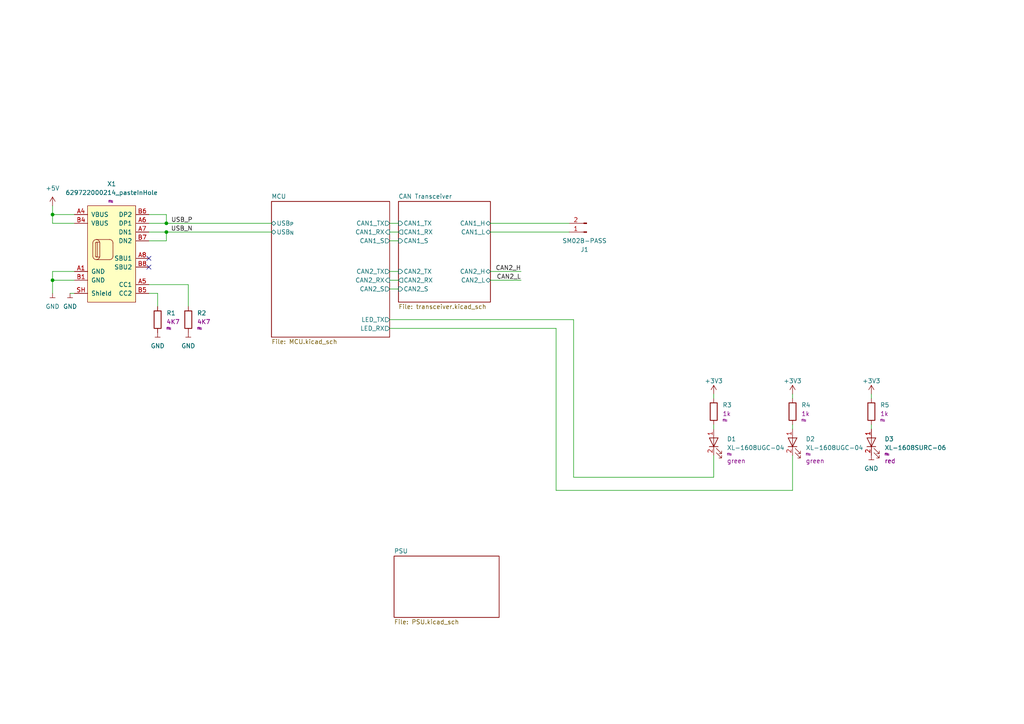
<source format=kicad_sch>
(kicad_sch (version 20250114) (generator "eeschema") (generator_version "9.0")
  (paper "A4")
  (title_block (title "${title}") (date "2023-06-16") (rev "R${release}") (company "${company}") (comment 1 "${release_state}") (comment 2 "${prefix}-S${type_number}-R${release}-V${sch_variant}-C${sch_ci}") (comment 3 "hardware/${prefix}-S${type_number}_${short_desciption}"))
  (lib_symbols
    (symbol "Connector:Conn_01x02_Pin" (pin_names (offset 1.016) (hide yes))
      (property "Reference" "J" (at 0 2.54 0))
      (property "Value" "Conn_01x02_Pin" (at 0 -5.08 0))
      (symbol "Conn_01x02_Pin_1_1"
        (rectangle (start 0.8636 0.127) (end 0 -0.127) (stroke (width 0.1524)) (fill (type outline)))
        (rectangle (start 0.8636 -2.413) (end 0 -2.667) (stroke (width 0.1524)) (fill (type outline)))
        (polyline (pts (xy 1.27 0) (xy 0.8636 0)) (stroke (width 0.1524)))
        (polyline (pts (xy 1.27 -2.54) (xy 0.8636 -2.54)) (stroke (width 0.1524)))
        (pin passive line (at 5.08 0 180) (length 3.81) (name "Pin_1") (number "1"))
        (pin passive line (at 5.08 -2.54 180) (length 3.81) (name "Pin_2") (number "2"))
      )
    )
    (symbol "Kingbright:KPT-1608EC" (pin_names (offset 1.016) (hide yes))
      (property "Reference" "D" (at 0 2.54 0))
      (property "Value" "KPT-1608EC" (at 1.27 -3.81 0))
      (property "Fit" "fit: " (at 7.62 -3.81 0))
      (symbol "KPT-1608EC_0_1"
        (polyline (pts (xy -3.048 -0.762) (xy -4.572 -2.286) (xy -3.81 -2.286) (xy -4.572 -2.286) (xy -4.572 -1.524)))
        (polyline (pts (xy -1.778 -0.762) (xy -3.302 -2.286) (xy -2.54 -2.286) (xy -3.302 -2.286) (xy -3.302 -1.524)))
        (polyline (pts (xy -1.27 0) (xy 1.27 0)))
        (polyline (pts (xy -1.27 -1.27) (xy -1.27 1.27)) (stroke (width 0.2032)))
        (polyline (pts (xy 1.27 -1.27) (xy 1.27 1.27) (xy -1.27 0) (xy 1.27 -1.27)) (stroke (width 0.2032)))
      )
      (symbol "KPT-1608EC_1_1"
        (pin passive line (at -3.81 0 0) (length 2.54) (name "K") (number "2"))
        (pin passive line (at 3.81 0 180) (length 2.54) (name "A") (number "1"))
      )
    )
    (symbol "Kingbright:KPT-1608SGC" (pin_names (offset 1.016) (hide yes))
      (property "Reference" "D" (at 0 2.54 0))
      (property "Value" "KPT-1608SGC" (at 1.27 -3.81 0))
      (property "Fit" "fit: " (at 7.62 -3.81 0))
      (symbol "KPT-1608SGC_0_1"
        (polyline (pts (xy -3.048 -0.762) (xy -4.572 -2.286) (xy -3.81 -2.286) (xy -4.572 -2.286) (xy -4.572 -1.524)))
        (polyline (pts (xy -1.778 -0.762) (xy -3.302 -2.286) (xy -2.54 -2.286) (xy -3.302 -2.286) (xy -3.302 -1.524)))
        (polyline (pts (xy -1.27 0) (xy 1.27 0)))
        (polyline (pts (xy -1.27 -1.27) (xy -1.27 1.27)) (stroke (width 0.2032)))
        (polyline (pts (xy 1.27 -1.27) (xy 1.27 1.27) (xy -1.27 0) (xy 1.27 -1.27)) (stroke (width 0.2032)))
      )
      (symbol "KPT-1608SGC_1_1"
        (pin passive line (at -3.81 0 0) (length 2.54) (name "K") (number "2"))
        (pin passive line (at 3.81 0 180) (length 2.54) (name "A") (number "1"))
      )
    )
    (symbol "Res_1Percent_E24_0603_100mW_-40C-90C:1k_0603_100mW_1%_E24_Chip-Resistor" (pin_numbers (hide yes)) (pin_names (offset 0))
      (property "Reference" "R" (at 2.032 0 90))
      (property "DisplayValue" "1k" (at -0.0254 -0.0508 90))
      (property "Fit" "fit: " (at 7.62 -3.81 0))
      (symbol "1k_0603_100mW_1%_E24_Chip-Resistor_0_1"
        (rectangle (start -1.016 -2.54) (end 1.016 2.54) (stroke (width 0.254)))
      )
      (symbol "1k_0603_100mW_1%_E24_Chip-Resistor_1_1"
        (pin passive line (at 0 3.81 270) (length 1.27) (name "~") (number "1"))
        (pin passive line (at 0 -3.81 90) (length 1.27) (name "~") (number "2"))
      )
    )
    (symbol "Res_1Percent_E24_0603_100mW_-40C-90C:5k1_0603_100mW_1%_E24_Chip-Resistor" (pin_numbers (hide yes)) (pin_names (offset 0))
      (property "Reference" "R" (at 2.032 0 90))
      (property "DisplayValue" "5k1" (at -0.0254 -0.0508 90))
      (property "Fit" "fit: " (at 7.62 -3.81 0))
      (symbol "5k1_0603_100mW_1%_E24_Chip-Resistor_0_1"
        (rectangle (start -1.016 -2.54) (end 1.016 2.54) (stroke (width 0.254)))
      )
      (symbol "5k1_0603_100mW_1%_E24_Chip-Resistor_1_1"
        (pin passive line (at 0 3.81 270) (length 1.27) (name "~") (number "1"))
        (pin passive line (at 0 -3.81 90) (length 1.27) (name "~") (number "2"))
      )
    )
    (symbol "powerport:+3V3" (power) (pin_names (offset 0))
      (property "Value" "+3V3" (at 0 3.556 0))
      (symbol "+3V3_0_1"
        (polyline (pts (xy -0.762 1.27) (xy 0 2.54)))
        (polyline (pts (xy 0 2.54) (xy 0.762 1.27)))
        (polyline (pts (xy 0 0) (xy 0 2.54)))
      )
      (symbol "+3V3_1_1"
        (pin power_in line (at 0 0 90) (length 0) (hide yes) (name "+3V3") (number "1"))
      )
    )
    (symbol "powerport:+5V" (power) (pin_names (offset 0))
      (property "Value" "+5V" (at 0 3.556 0))
      (symbol "+5V_0_1"
        (polyline (pts (xy -0.762 1.27) (xy 0 2.54)))
        (polyline (pts (xy 0 2.54) (xy 0.762 1.27)))
        (polyline (pts (xy 0 0) (xy 0 2.54)))
      )
      (symbol "+5V_1_1"
        (pin power_in line (at 0 0 90) (length 0) (hide yes) (name "+5V") (number "1"))
      )
    )
    (symbol "powerport:GND" (power) (pin_names (offset 0))
      (property "Value" "GND" (at 0 -2.54 0))
      (symbol "GND_0_1"
        (polyline (pts (xy -0.762 -1.27) (xy 0.762 -1.27)))
        (polyline (pts (xy 0 0) (xy 0 -1.27)))
      )
      (symbol "GND_1_1"
        (pin power_in line (at 0 0 270) (length 0) (hide yes) (name "GND") (number "1"))
      )
    )
    (symbol "wuerth:629722000214_pasteInHole" (pin_names (offset 1.016))
      (property "Reference" "X" (at 0 13.97 0))
      (property "Value" "629722000214_pasteInHole" (at 0 -16.51 0))
      (property "Fit" "fit: " (at 7.62 -15.24 0))
      (symbol "629722000214_pasteInHole_0_1"
        (rectangle (start -7.62 12.7) (end 6.35 -15.24) (fill (type background)))
        (polyline (pts (xy -6.096 1.905) (xy -6.096 -1.905)))
        (polyline (pts (xy -5.334 -1.905) (xy -5.334 1.905)))
        (polyline (pts (xy -5.08 2.921) (xy -1.27 2.921)))
        (polyline (pts (xy -5.08 2.159) (xy -4.191 2.159)))
        (arc (start -6.096 1.905) (mid -5.08 2.9068) (end -4.064 1.905))
        (arc (start -5.334 1.8971) (mid -5.08 2.1295) (end -4.826 1.8971))
        (arc (start -4.064 -1.905) (mid -5.08 -2.9068) (end -6.096 -1.905))
        (arc (start -4.826 -1.905) (mid -5.08 -2.147) (end -5.334 -1.905))
        (polyline (pts (xy -5.08 -2.159) (xy -4.191 -2.159)))
        (polyline (pts (xy -5.08 -2.921) (xy -1.27 -2.921)))
        (polyline (pts (xy -4.826 -1.905) (xy -4.826 1.905)))
        (polyline (pts (xy -4.064 1.905) (xy -4.064 -1.905)))
        (arc (start -1.27 2.921) (mid -0.5411 2.6339) (end -0.254 1.905))
        (arc (start -0.254 -1.905) (mid -0.5409 -2.6341) (end -1.27 -2.921))
        (polyline (pts (xy -0.254 1.905) (xy -0.254 -1.905)))
      )
      (symbol "629722000214_pasteInHole_1_1"
        (pin passive line (at -11.43 10.16 0) (length 3.81) (name "VBUS") (number "A4"))
        (pin passive line (at -11.43 7.62 0) (length 3.81) (name "VBUS") (number "B4"))
        (pin passive line (at -11.43 -6.35 0) (length 3.81) (name "GND") (number "A1"))
        (pin passive line (at -11.43 -8.89 0) (length 3.81) (name "GND") (number "B1"))
        (pin passive line (at -11.43 -12.7 0) (length 3.81) (name "Shield") (number "SH"))
        (pin passive line (at 10.16 10.16 180) (length 3.81) (name "DP2") (number "B6"))
        (pin passive line (at 10.16 7.62 180) (length 3.81) (name "DP1") (number "A6"))
        (pin passive line (at 10.16 5.08 180) (length 3.81) (name "DN1") (number "A7"))
        (pin passive line (at 10.16 2.54 180) (length 3.81) (name "DN2") (number "B7"))
        (pin passive line (at 10.16 -2.54 180) (length 3.81) (name "SBU1") (number "A8"))
        (pin passive line (at 10.16 -5.08 180) (length 3.81) (name "SBU2") (number "B8"))
        (pin passive line (at 10.16 -10.16 180) (length 3.81) (name "CC1") (number "A5"))
        (pin passive line (at 10.16 -12.7 180) (length 3.81) (name "CC2") (number "B5"))
      )
    )
  )
  (junction (at 48.26 64.77))
  (junction (at 15.24 81.28))
  (junction (at 15.24 62.23))
  (junction (at 48.26 67.31))
  (no_connect (at 43.18 74.93))
  (no_connect (at 43.18 77.47))
  (wire (pts (xy 113.03 83.82) (xy 115.57 83.82)))
  (wire (pts (xy 229.87 132.08) (xy 229.87 142.24)))
  (wire (pts (xy 48.26 67.31) (xy 78.74 67.31)))
  (wire (pts (xy 113.03 81.28) (xy 115.57 81.28)))
  (wire (pts (xy 252.73 114.3) (xy 252.73 115.57)))
  (wire (pts (xy 45.72 85.09) (xy 45.72 88.9)))
  (wire (pts (xy 142.24 64.77) (xy 165.1 64.77)))
  (wire (pts (xy 15.24 85.09) (xy 15.24 81.28)))
  (wire (pts (xy 161.29 142.24) (xy 161.29 95.25)))
  (wire (pts (xy 207.01 132.08) (xy 207.01 138.43)))
  (wire (pts (xy 229.87 114.3) (xy 229.87 115.57)))
  (wire (pts (xy 142.24 78.74) (xy 151.13 78.74)))
  (wire (pts (xy 15.24 81.28) (xy 21.59 81.28)))
  (wire (pts (xy 142.24 67.31) (xy 165.1 67.31)))
  (wire (pts (xy 166.37 92.71) (xy 166.37 138.43)))
  (wire (pts (xy 54.61 82.55) (xy 54.61 88.9)))
  (wire (pts (xy 166.37 138.43) (xy 207.01 138.43)))
  (wire (pts (xy 252.73 123.19) (xy 252.73 124.46)))
  (wire (pts (xy 15.24 81.28) (xy 15.24 78.74)))
  (wire (pts (xy 161.29 95.25) (xy 113.03 95.25)))
  (wire (pts (xy 43.18 67.31) (xy 48.26 67.31)))
  (wire (pts (xy 207.01 123.19) (xy 207.01 124.46)))
  (wire (pts (xy 48.26 67.31) (xy 48.26 69.85)))
  (wire (pts (xy 15.24 59.69) (xy 15.24 62.23)))
  (wire (pts (xy 43.18 69.85) (xy 48.26 69.85)))
  (wire (pts (xy 113.03 64.77) (xy 115.57 64.77)))
  (wire (pts (xy 43.18 82.55) (xy 54.61 82.55)))
  (wire (pts (xy 20.32 85.09) (xy 21.59 85.09)))
  (wire (pts (xy 229.87 142.24) (xy 161.29 142.24)))
  (wire (pts (xy 113.03 67.31) (xy 115.57 67.31)))
  (wire (pts (xy 48.26 62.23) (xy 48.26 64.77)))
  (wire (pts (xy 43.18 64.77) (xy 48.26 64.77)))
  (wire (pts (xy 207.01 114.3) (xy 207.01 115.57)))
  (wire (pts (xy 15.24 78.74) (xy 21.59 78.74)))
  (wire (pts (xy 43.18 85.09) (xy 45.72 85.09)))
  (wire (pts (xy 15.24 62.23) (xy 15.24 64.77)))
  (wire (pts (xy 229.87 123.19) (xy 229.87 124.46)))
  (wire (pts (xy 15.24 62.23) (xy 21.59 62.23)))
  (wire (pts (xy 43.18 62.23) (xy 48.26 62.23)))
  (wire (pts (xy 48.26 64.77) (xy 78.74 64.77)))
  (wire (pts (xy 142.24 81.28) (xy 151.13 81.28)))
  (wire (pts (xy 113.03 78.74) (xy 115.57 78.74)))
  (wire (pts (xy 113.03 69.85) (xy 115.57 69.85)))
  (wire (pts (xy 113.03 92.71) (xy 166.37 92.71)))
  (wire (pts (xy 15.24 64.77) (xy 21.59 64.77)))
  (label "USB_P" (at 55.88 64.77 180))
  (label "CAN2_L" (at 151.13 81.28 180))
  (label "USB_N" (at 55.88 67.31 180))
  (label "CAN2_H" (at 151.13 78.74 180))
  (symbol (lib_id "wuerth:629722000214_pasteInHole") (at 33.02 72.39 0) (unit 1)
    (property "Reference" "X1" (at 32.385 53.34 0))
    (property "Value" "629722000214_pasteInHole" (at 32.385 55.88 0))
    (property "Footprint" "Connector_USB:USB_C_Receptacle_GCT_USB4105-xx-A_16P_TopMnt_Horizontal" (effects (hide yes)))
    (property "Datasheet" "$PTX_DATASHEETS/datasheets/Connectors/Wuerth_629722000214_USB-C_2.0_16Pin.pdf" (effects (hide yes)))
    (property "Fit" "fit: " (at 32.385 58.42 0) (effects (font (size 0.635 0.635))))
    (property "State" "reviewed" (effects (hide yes)))
    (property "Package" "SMD mfg-specific" (effects (hide yes)))
    (property "Tool" "None" (effects (hide yes)))
    (property "Manufacturer" "Würth Elektronik" (effects (hide yes)))
    (property "MPN" "629722000214" (effects (hide yes)))
  )
  (symbol (lib_id "Res_1Percent_E24_0603_100mW_-40C-90C:1k_0603_100mW_1%_E24_Chip-Resistor") (at 207.01 119.38 0) (unit 1)
    (property "Reference" "R3" (at 209.55 117.475 0) (effects (justify left)))
    (property "Value" "1K" (effects (hide yes)))
    (property "Footprint" "Resistor_SMD:R_0402_1005Metric" (effects (hide yes)))
    (property "MPN" "any" (effects (hide yes)))
    (property "Manufacturer" "any" (effects (hide yes)))
    (property "DisplayValue" "1k" (at 209.55 120.015 0) (effects (justify left)))
    (property "Fit" "fit: " (at 209.55 121.92 0) (effects (font (size 0.635 0.635)) (justify left)))
    (property "State" "legacy" (effects (hide yes)))
    (property "Package" "0402" (effects (hide yes)))
  )
  (symbol (lib_id "powerport:GND") (at 54.61 96.52 0) (unit 1)
    (property "Reference" "#PWR05" (effects (hide yes)))
    (property "Value" "GND" (at 54.61 100.33 0))
  )
  (symbol (lib_id "Connector:Conn_01x02_Pin") (at 170.18 67.31 180) (unit 1)
    (property "Reference" "J1" (at 169.545 72.39 0))
    (property "Value" "SM02B-PASS" (at 169.545 69.85 0))
    (property "Footprint" "Bluesat:SM02B-PASS" (effects (hide yes)))
    (property "Description" "Generic connector, single row, 01x02, script generated" (effects (hide yes)))
  )
  (symbol (lib_id "powerport:+3V3") (at 252.73 114.3 0) (unit 1)
    (property "Reference" "#PWR013" (effects (hide yes)))
    (property "Value" "+3V3" (at 252.73 110.49 0))
  )
  (symbol (lib_id "Kingbright:KPT-1608SGC") (at 207.01 128.27 90) (unit 1)
    (property "Reference" "D1" (at 210.82 127.3302 90) (effects (justify right)))
    (property "Value" "XL-1608UGC-04" (at 210.82 129.8702 90) (effects (justify right)))
    (property "Footprint" "LED_SMD:LED_0603_1608Metric" (effects (hide yes)))
    (property "Datasheet" "$PTX_DATASHEETS/datasheets/LED/Kingbright_KPT-1608SGC.pdf" (effects (hide yes)))
    (property "MPN" "KPT-1608SGC" (effects (hide yes)))
    (property "Manufacturer" "Kingbright" (effects (hide yes)))
    (property "Fit" "fit: " (at 210.82 131.7752 90) (effects (font (size 0.635 0.635)) (justify right)))
    (property "State" "reviewed" (effects (hide yes)))
    (property "Package" "0603" (effects (hide yes)))
    (property "color" "green" (at 210.82 133.6802 90) (effects (justify right)))
  )
  (symbol (lib_id "powerport:+3V3") (at 207.01 114.3 0) (unit 1)
    (property "Reference" "#PWR06" (effects (hide yes)))
    (property "Value" "+3V3" (at 207.01 110.49 0))
  )
  (symbol (lib_id "powerport:GND") (at 45.72 96.52 0) (unit 1)
    (property "Reference" "#PWR04" (effects (hide yes)))
    (property "Value" "GND" (at 45.72 100.33 0))
  )
  (symbol (lib_id "Res_1Percent_E24_0603_100mW_-40C-90C:1k_0603_100mW_1%_E24_Chip-Resistor") (at 229.87 119.38 0) (unit 1)
    (property "Reference" "R4" (at 232.41 117.475 0) (effects (justify left)))
    (property "Value" "1K" (effects (hide yes)))
    (property "Footprint" "Resistor_SMD:R_0402_1005Metric" (effects (hide yes)))
    (property "MPN" "any" (effects (hide yes)))
    (property "Manufacturer" "any" (effects (hide yes)))
    (property "DisplayValue" "1k" (at 232.41 120.015 0) (effects (justify left)))
    (property "Fit" "fit: " (at 232.41 121.92 0) (effects (font (size 0.635 0.635)) (justify left)))
    (property "State" "legacy" (effects (hide yes)))
    (property "Package" "0402" (effects (hide yes)))
  )
  (symbol (lib_id "powerport:+5V") (at 15.24 59.69 0) (unit 1)
    (property "Reference" "#PWR01" (effects (hide yes)))
    (property "Value" "+5V" (at 15.24 54.61 0))
  )
  (symbol (lib_id "powerport:+3V3") (at 229.87 114.3 0) (unit 1)
    (property "Reference" "#PWR07" (effects (hide yes)))
    (property "Value" "+3V3" (at 229.87 110.49 0))
  )
  (symbol (lib_id "Kingbright:KPT-1608EC") (at 252.73 128.27 90) (unit 1)
    (property "Reference" "D3" (at 256.54 127.3302 90) (effects (justify right)))
    (property "Value" "XL-1608SURC-06" (at 256.54 129.8702 90) (effects (justify right)))
    (property "Footprint" "LED_SMD:LED_0603_1608Metric" (effects (hide yes)))
    (property "Datasheet" "$PTX_DATASHEETS/datasheets/LED/Kingbright_KPT-1608EC.pdf" (effects (hide yes)))
    (property "MPN" "KPT-1608EC" (effects (hide yes)))
    (property "Manufacturer" "Kingbright" (effects (hide yes)))
    (property "Package" "0603" (effects (hide yes)))
    (property "Fit" "fit: " (at 256.54 131.7752 90) (effects (font (size 0.635 0.635)) (justify right)))
    (property "State" "reviewed" (effects (hide yes)))
    (property "color" "red" (at 256.54 133.6802 90) (effects (justify right)))
  )
  (symbol (lib_id "Res_1Percent_E24_0603_100mW_-40C-90C:5k1_0603_100mW_1%_E24_Chip-Resistor") (at 54.61 92.71 0) (unit 1)
    (property "Reference" "R2" (at 57.15 90.8049 0) (effects (justify left)))
    (property "Value" "4K7" (effects (hide yes)))
    (property "Footprint" "Resistor_SMD:R_0402_1005Metric" (effects (hide yes)))
    (property "MPN" "any" (effects (hide yes)))
    (property "Manufacturer" "any" (effects (hide yes)))
    (property "DisplayValue" "4K7" (at 57.15 93.3449 0) (effects (justify left)))
    (property "Fit" "fit: " (at 57.15 95.25 0) (effects (font (size 0.635 0.635)) (justify left)))
    (property "State" "legacy" (effects (hide yes)))
    (property "Package" "0402" (effects (hide yes)))
  )
  (symbol (lib_id "powerport:GND") (at 15.24 85.09 0) (unit 1)
    (property "Reference" "#PWR02" (effects (hide yes)))
    (property "Value" "GND" (at 15.24 88.9 0))
  )
  (symbol (lib_id "Kingbright:KPT-1608SGC") (at 229.87 128.27 90) (unit 1)
    (property "Reference" "D2" (at 233.68 127.3302 90) (effects (justify right)))
    (property "Value" "XL-1608UGC-04" (at 233.68 129.8702 90) (effects (justify right)))
    (property "Footprint" "LED_SMD:LED_0603_1608Metric" (effects (hide yes)))
    (property "Datasheet" "$PTX_DATASHEETS/datasheets/LED/Kingbright_KPT-1608SGC.pdf" (effects (hide yes)))
    (property "MPN" "KPT-1608SGC" (effects (hide yes)))
    (property "Manufacturer" "Kingbright" (effects (hide yes)))
    (property "Fit" "fit: " (at 233.68 131.7752 90) (effects (font (size 0.635 0.635)) (justify right)))
    (property "State" "reviewed" (effects (hide yes)))
    (property "Package" "0603" (effects (hide yes)))
    (property "color" "green" (at 233.68 133.6802 90) (effects (justify right)))
  )
  (symbol (lib_id "Res_1Percent_E24_0603_100mW_-40C-90C:1k_0603_100mW_1%_E24_Chip-Resistor") (at 252.73 119.38 0) (unit 1)
    (property "Reference" "R5" (at 255.27 117.475 0) (effects (justify left)))
    (property "Value" "1K" (effects (hide yes)))
    (property "Footprint" "Resistor_SMD:R_0402_1005Metric" (effects (hide yes)))
    (property "MPN" "any" (effects (hide yes)))
    (property "Manufacturer" "any" (effects (hide yes)))
    (property "DisplayValue" "1k" (at 255.27 120.015 0) (effects (justify left)))
    (property "Fit" "fit: " (at 255.27 121.92 0) (effects (font (size 0.635 0.635)) (justify left)))
    (property "State" "legacy" (effects (hide yes)))
    (property "Package" "0402" (effects (hide yes)))
  )
  (symbol (lib_id "powerport:GND") (at 20.32 85.09 0) (unit 1)
    (property "Reference" "#PWR03" (effects (hide yes)))
    (property "Value" "GND" (at 20.32 88.9 0))
  )
  (symbol (lib_id "powerport:GND") (at 252.73 132.08 0) (unit 1)
    (property "Reference" "#PWR014" (effects (hide yes)))
    (property "Value" "GND" (at 252.73 135.89 0))
  )
  (symbol (lib_id "Res_1Percent_E24_0603_100mW_-40C-90C:5k1_0603_100mW_1%_E24_Chip-Resistor") (at 45.72 92.71 0) (unit 1)
    (property "Reference" "R1" (at 48.26 90.8049 0) (effects (justify left)))
    (property "Value" "4K7" (effects (hide yes)))
    (property "Footprint" "Resistor_SMD:R_0402_1005Metric" (effects (hide yes)))
    (property "MPN" "any" (effects (hide yes)))
    (property "Manufacturer" "any" (effects (hide yes)))
    (property "DisplayValue" "4K7" (at 48.26 93.3449 0) (effects (justify left)))
    (property "Fit" "fit: " (at 48.26 95.25 0) (effects (font (size 0.635 0.635)) (justify left)))
    (property "State" "legacy" (effects (hide yes)))
    (property "Package" "0402" (effects (hide yes)))
  )
  (sheet (at 114.3 161.29) (size 30.48 17.78) (stroke (width 0.1524))
    (property "Sheetname" "PSU" (at 114.3 160.5784 0) (effects (justify left bottom)))
    (property "Sheetfile" "PSU.kicad_sch" (at 114.3 179.6546 0) (effects (justify left top)))
  )
  (sheet (at 115.57 58.42) (size 26.67 29.21) (stroke (width 0.1524))
    (property "Sheetname" "CAN Transceiver" (at 115.57 57.7084 0) (effects (justify left bottom)))
    (property "Sheetfile" "transceiver.kicad_sch" (at 115.57 88.2146 0) (effects (justify left top)))
    (pin "CAN1_L" bidirectional (at 142.24 67.31 0))
    (pin "CAN1_H" bidirectional (at 142.24 64.77 0))
    (pin "CAN2_H" bidirectional (at 142.24 78.74 0))
    (pin "CAN2_L" bidirectional (at 142.24 81.28 0))
    (pin "CAN2_TX" input (at 115.57 78.74 180))
    (pin "CAN2_RX" output (at 115.57 81.28 180))
    (pin "CAN2_S" input (at 115.57 83.82 180))
    (pin "CAN1_RX" output (at 115.57 67.31 180))
    (pin "CAN1_TX" input (at 115.57 64.77 180))
    (pin "CAN1_S" input (at 115.57 69.85 180))
  )
  (sheet (at 78.74 58.42) (size 34.29 39.37) (stroke (width 0.1524))
    (property "Sheetname" "MCU" (at 78.74 57.7084 0) (effects (justify left bottom)))
    (property "Sheetfile" "MCU.kicad_sch" (at 78.74 98.3746 0) (effects (justify left top)))
    (pin "USB_{N}" bidirectional (at 78.74 67.31 180))
    (pin "USB_{P}" bidirectional (at 78.74 64.77 180))
    (pin "CAN1_RX" input (at 113.03 67.31 0))
    (pin "CAN2_RX" input (at 113.03 81.28 0))
    (pin "CAN2_TX" output (at 113.03 78.74 0))
    (pin "CAN1_TX" output (at 113.03 64.77 0))
    (pin "CAN1_S" output (at 113.03 69.85 0))
    (pin "CAN2_S" output (at 113.03 83.82 0))
    (pin "LED_RX" output (at 113.03 95.25 0))
    (pin "LED_TX" output (at 113.03 92.71 0))
  )
)
</source>
